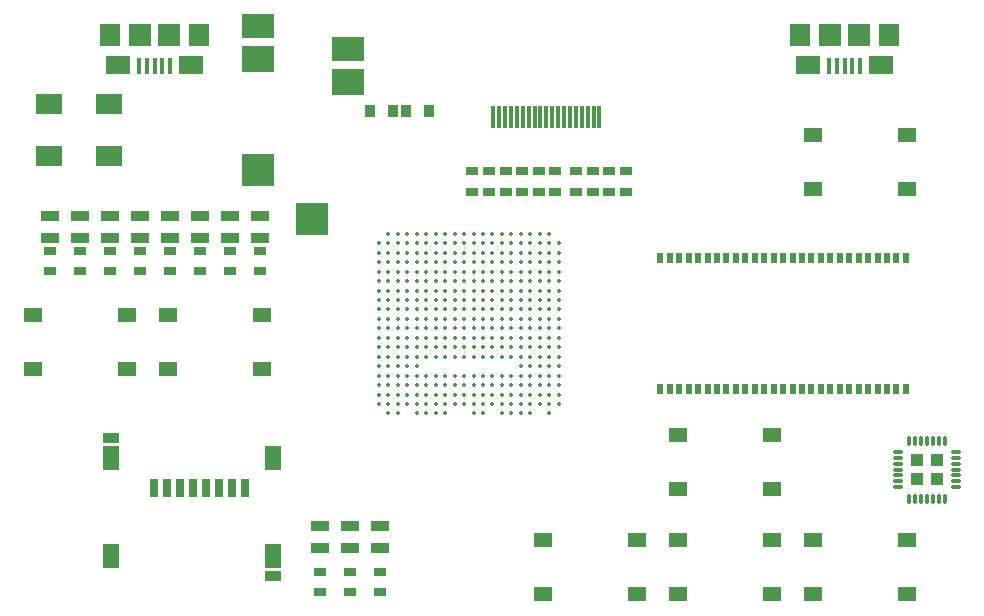
<source format=gtp>
G04 #@! TF.GenerationSoftware,KiCad,Pcbnew,5.0.0-rc2-dev-unknown+dfsg1+20180318-2*
G04 #@! TF.CreationDate,2018-05-23T15:33:37+02:00*
G04 #@! TF.ProjectId,ulx3s,756C7833732E6B696361645F70636200,rev?*
G04 #@! TF.SameCoordinates,Original*
G04 #@! TF.FileFunction,Paste,Top*
G04 #@! TF.FilePolarity,Positive*
%FSLAX46Y46*%
G04 Gerber Fmt 4.6, Leading zero omitted, Abs format (unit mm)*
G04 Created by KiCad (PCBNEW 5.0.0-rc2-dev-unknown+dfsg1+20180318-2) date Wed May 23 15:33:37 2018*
%MOMM*%
%LPD*%
G01*
G04 APERTURE LIST*
%ADD10R,2.100000X1.600000*%
%ADD11R,1.900000X1.900000*%
%ADD12R,0.400000X1.350000*%
%ADD13R,1.800000X1.900000*%
%ADD14O,0.850000X0.300000*%
%ADD15O,0.300000X0.850000*%
%ADD16R,1.005000X1.005000*%
%ADD17R,1.550000X1.300000*%
%ADD18C,0.350000*%
%ADD19R,2.800000X2.000000*%
%ADD20R,2.800000X2.200000*%
%ADD21R,2.800000X2.800000*%
%ADD22R,0.700000X1.500000*%
%ADD23R,1.450000X0.900000*%
%ADD24R,1.450000X2.000000*%
%ADD25R,2.200000X1.800000*%
%ADD26R,0.560000X0.900000*%
%ADD27R,1.000000X0.670000*%
%ADD28R,1.500000X0.970000*%
%ADD29R,0.300000X1.900000*%
%ADD30R,0.845000X1.000000*%
G04 APERTURE END LIST*
D10*
X114980000Y-65875000D03*
X108780000Y-65875000D03*
D11*
X113080000Y-63325000D03*
X110680000Y-63325000D03*
D12*
X113180000Y-66000000D03*
X112530000Y-66000000D03*
X111880000Y-66000000D03*
X111230000Y-66000000D03*
X110580000Y-66000000D03*
D13*
X115680000Y-63325000D03*
X108080000Y-63325000D03*
D10*
X173400000Y-65875000D03*
X167200000Y-65875000D03*
D11*
X171500000Y-63325000D03*
X169100000Y-63325000D03*
D12*
X171600000Y-66000000D03*
X170950000Y-66000000D03*
X170300000Y-66000000D03*
X169650000Y-66000000D03*
X169000000Y-66000000D03*
D13*
X174100000Y-63325000D03*
X166500000Y-63325000D03*
D14*
X179735000Y-101655000D03*
X179735000Y-101155000D03*
X179735000Y-100655000D03*
X179735000Y-100155000D03*
X179735000Y-99655000D03*
X179735000Y-99155000D03*
X179735000Y-98655000D03*
D15*
X178785000Y-97705000D03*
X178285000Y-97705000D03*
X177785000Y-97705000D03*
X177285000Y-97705000D03*
X176785000Y-97705000D03*
X176285000Y-97705000D03*
X175785000Y-97705000D03*
D14*
X174835000Y-98655000D03*
X174835000Y-99155000D03*
X174835000Y-99655000D03*
X174835000Y-100155000D03*
X174835000Y-100655000D03*
X174835000Y-101155000D03*
X174835000Y-101655000D03*
D15*
X175785000Y-102605000D03*
X176285000Y-102605000D03*
X176785000Y-102605000D03*
X177285000Y-102605000D03*
X177785000Y-102605000D03*
X178285000Y-102605000D03*
X178785000Y-102605000D03*
D16*
X176447500Y-99317500D03*
X176447500Y-100992500D03*
X178122500Y-99317500D03*
X178122500Y-100992500D03*
D17*
X175550000Y-71870000D03*
X175550000Y-76370000D03*
X167590000Y-76370000D03*
X167590000Y-71870000D03*
X101550000Y-91610000D03*
X101550000Y-87110000D03*
X109510000Y-87110000D03*
X109510000Y-91610000D03*
X112980000Y-91610000D03*
X112980000Y-87110000D03*
X120940000Y-87110000D03*
X120940000Y-91610000D03*
X156160000Y-101770000D03*
X156160000Y-97270000D03*
X164120000Y-97270000D03*
X164120000Y-101770000D03*
X164120000Y-106160000D03*
X164120000Y-110660000D03*
X156160000Y-110660000D03*
X156160000Y-106160000D03*
X152690000Y-106160000D03*
X152690000Y-110660000D03*
X144730000Y-110660000D03*
X144730000Y-106160000D03*
X175550000Y-106160000D03*
X175550000Y-110660000D03*
X167590000Y-110660000D03*
X167590000Y-106160000D03*
D18*
X131680000Y-80200000D03*
X132480000Y-80200000D03*
X133280000Y-80200000D03*
X134080000Y-80200000D03*
X134880000Y-80200000D03*
X135680000Y-80200000D03*
X136480000Y-80200000D03*
X137280000Y-80200000D03*
X138080000Y-80200000D03*
X138880000Y-80200000D03*
X139680000Y-80200000D03*
X140480000Y-80200000D03*
X141280000Y-80200000D03*
X142080000Y-80200000D03*
X142880000Y-80200000D03*
X143680000Y-80200000D03*
X144480000Y-80200000D03*
X145280000Y-80200000D03*
X130880000Y-81000000D03*
X131680000Y-81000000D03*
X132480000Y-81000000D03*
X133280000Y-81000000D03*
X134080000Y-81000000D03*
X134880000Y-81000000D03*
X135680000Y-81000000D03*
X136480000Y-81000000D03*
X137280000Y-81000000D03*
X138080000Y-81000000D03*
X138880000Y-81000000D03*
X139680000Y-81000000D03*
X140480000Y-81000000D03*
X141280000Y-81000000D03*
X142080000Y-81000000D03*
X142880000Y-81000000D03*
X143680000Y-81000000D03*
X144480000Y-81000000D03*
X145280000Y-81000000D03*
X146080000Y-81000000D03*
X130880000Y-81800000D03*
X131680000Y-81800000D03*
X132480000Y-81800000D03*
X133280000Y-81800000D03*
X134080000Y-81800000D03*
X134880000Y-81800000D03*
X135680000Y-81800000D03*
X136480000Y-81800000D03*
X137280000Y-81800000D03*
X138080000Y-81800000D03*
X138880000Y-81800000D03*
X139680000Y-81800000D03*
X140480000Y-81800000D03*
X141280000Y-81800000D03*
X142080000Y-81800000D03*
X142880000Y-81800000D03*
X143680000Y-81800000D03*
X144480000Y-81800000D03*
X145280000Y-81800000D03*
X146080000Y-81800000D03*
X130880000Y-82600000D03*
X131680000Y-82600000D03*
X132480000Y-82600000D03*
X133280000Y-82600000D03*
X134080000Y-82600000D03*
X134880000Y-82600000D03*
X135680000Y-82600000D03*
X136480000Y-82600000D03*
X137280000Y-82600000D03*
X138080000Y-82600000D03*
X138880000Y-82600000D03*
X139680000Y-82600000D03*
X140480000Y-82600000D03*
X141280000Y-82600000D03*
X142080000Y-82600000D03*
X142880000Y-82600000D03*
X143680000Y-82600000D03*
X144480000Y-82600000D03*
X145280000Y-82600000D03*
X146080000Y-82600000D03*
X130880000Y-83400000D03*
X131680000Y-83400000D03*
X132480000Y-83400000D03*
X133280000Y-83400000D03*
X134080000Y-83400000D03*
X134880000Y-83400000D03*
X135680000Y-83400000D03*
X136480000Y-83400000D03*
X137280000Y-83400000D03*
X138080000Y-83400000D03*
X138880000Y-83400000D03*
X139680000Y-83400000D03*
X140480000Y-83400000D03*
X141280000Y-83400000D03*
X142080000Y-83400000D03*
X142880000Y-83400000D03*
X143680000Y-83400000D03*
X144480000Y-83400000D03*
X145280000Y-83400000D03*
X146080000Y-83400000D03*
X130880000Y-84200000D03*
X131680000Y-84200000D03*
X132480000Y-84200000D03*
X133280000Y-84200000D03*
X134080000Y-84200000D03*
X134880000Y-84200000D03*
X135680000Y-84200000D03*
X136480000Y-84200000D03*
X137280000Y-84200000D03*
X138080000Y-84200000D03*
X138880000Y-84200000D03*
X139680000Y-84200000D03*
X140480000Y-84200000D03*
X141280000Y-84200000D03*
X142080000Y-84200000D03*
X142880000Y-84200000D03*
X143680000Y-84200000D03*
X144480000Y-84200000D03*
X145280000Y-84200000D03*
X146080000Y-84200000D03*
X130880000Y-85000000D03*
X131680000Y-85000000D03*
X132480000Y-85000000D03*
X133280000Y-85000000D03*
X134080000Y-85000000D03*
X134880000Y-85000000D03*
X135680000Y-85000000D03*
X136480000Y-85000000D03*
X137280000Y-85000000D03*
X138080000Y-85000000D03*
X138880000Y-85000000D03*
X139680000Y-85000000D03*
X140480000Y-85000000D03*
X141280000Y-85000000D03*
X142080000Y-85000000D03*
X142880000Y-85000000D03*
X143680000Y-85000000D03*
X144480000Y-85000000D03*
X145280000Y-85000000D03*
X146080000Y-85000000D03*
X130880000Y-85800000D03*
X131680000Y-85800000D03*
X132480000Y-85800000D03*
X133280000Y-85800000D03*
X134080000Y-85800000D03*
X134880000Y-85800000D03*
X135680000Y-85800000D03*
X136480000Y-85800000D03*
X137280000Y-85800000D03*
X138080000Y-85800000D03*
X138880000Y-85800000D03*
X139680000Y-85800000D03*
X140480000Y-85800000D03*
X141280000Y-85800000D03*
X142080000Y-85800000D03*
X142880000Y-85800000D03*
X143680000Y-85800000D03*
X144480000Y-85800000D03*
X145280000Y-85800000D03*
X146080000Y-85800000D03*
X130880000Y-86600000D03*
X131680000Y-86600000D03*
X132480000Y-86600000D03*
X133280000Y-86600000D03*
X134080000Y-86600000D03*
X134880000Y-86600000D03*
X135680000Y-86600000D03*
X136480000Y-86600000D03*
X137280000Y-86600000D03*
X138080000Y-86600000D03*
X138880000Y-86600000D03*
X139680000Y-86600000D03*
X140480000Y-86600000D03*
X141280000Y-86600000D03*
X142080000Y-86600000D03*
X142880000Y-86600000D03*
X143680000Y-86600000D03*
X144480000Y-86600000D03*
X145280000Y-86600000D03*
X146080000Y-86600000D03*
X130880000Y-87400000D03*
X131680000Y-87400000D03*
X132480000Y-87400000D03*
X133280000Y-87400000D03*
X134080000Y-87400000D03*
X134880000Y-87400000D03*
X135680000Y-87400000D03*
X136480000Y-87400000D03*
X137280000Y-87400000D03*
X138080000Y-87400000D03*
X138880000Y-87400000D03*
X139680000Y-87400000D03*
X140480000Y-87400000D03*
X141280000Y-87400000D03*
X142080000Y-87400000D03*
X142880000Y-87400000D03*
X143680000Y-87400000D03*
X144480000Y-87400000D03*
X145280000Y-87400000D03*
X146080000Y-87400000D03*
X130880000Y-88200000D03*
X131680000Y-88200000D03*
X132480000Y-88200000D03*
X133280000Y-88200000D03*
X134080000Y-88200000D03*
X134880000Y-88200000D03*
X135680000Y-88200000D03*
X136480000Y-88200000D03*
X137280000Y-88200000D03*
X138080000Y-88200000D03*
X138880000Y-88200000D03*
X139680000Y-88200000D03*
X140480000Y-88200000D03*
X141280000Y-88200000D03*
X142080000Y-88200000D03*
X142880000Y-88200000D03*
X143680000Y-88200000D03*
X144480000Y-88200000D03*
X145280000Y-88200000D03*
X146080000Y-88200000D03*
X130880000Y-89000000D03*
X131680000Y-89000000D03*
X132480000Y-89000000D03*
X133280000Y-89000000D03*
X134080000Y-89000000D03*
X134880000Y-89000000D03*
X135680000Y-89000000D03*
X136480000Y-89000000D03*
X137280000Y-89000000D03*
X138080000Y-89000000D03*
X138880000Y-89000000D03*
X139680000Y-89000000D03*
X140480000Y-89000000D03*
X141280000Y-89000000D03*
X142080000Y-89000000D03*
X142880000Y-89000000D03*
X143680000Y-89000000D03*
X144480000Y-89000000D03*
X145280000Y-89000000D03*
X146080000Y-89000000D03*
X130880000Y-89800000D03*
X131680000Y-89800000D03*
X132480000Y-89800000D03*
X133280000Y-89800000D03*
X134080000Y-89800000D03*
X134880000Y-89800000D03*
X135680000Y-89800000D03*
X136480000Y-89800000D03*
X137280000Y-89800000D03*
X138080000Y-89800000D03*
X138880000Y-89800000D03*
X139680000Y-89800000D03*
X140480000Y-89800000D03*
X141280000Y-89800000D03*
X142080000Y-89800000D03*
X142880000Y-89800000D03*
X143680000Y-89800000D03*
X144480000Y-89800000D03*
X145280000Y-89800000D03*
X146080000Y-89800000D03*
X130880000Y-90600000D03*
X131680000Y-90600000D03*
X132480000Y-90600000D03*
X133280000Y-90600000D03*
X134080000Y-90600000D03*
X134880000Y-90600000D03*
X135680000Y-90600000D03*
X136480000Y-90600000D03*
X137280000Y-90600000D03*
X138080000Y-90600000D03*
X138880000Y-90600000D03*
X139680000Y-90600000D03*
X140480000Y-90600000D03*
X141280000Y-90600000D03*
X142080000Y-90600000D03*
X142880000Y-90600000D03*
X143680000Y-90600000D03*
X144480000Y-90600000D03*
X145280000Y-90600000D03*
X146080000Y-90600000D03*
X130880000Y-91400000D03*
X131680000Y-91400000D03*
X132480000Y-91400000D03*
X133280000Y-91400000D03*
X134080000Y-91400000D03*
X142880000Y-91400000D03*
X143680000Y-91400000D03*
X144480000Y-91400000D03*
X145280000Y-91400000D03*
X146080000Y-91400000D03*
X130880000Y-92200000D03*
X131680000Y-92200000D03*
X132480000Y-92200000D03*
X133280000Y-92200000D03*
X134080000Y-92200000D03*
X134880000Y-92200000D03*
X135680000Y-92200000D03*
X136480000Y-92200000D03*
X137280000Y-92200000D03*
X138080000Y-92200000D03*
X138880000Y-92200000D03*
X139680000Y-92200000D03*
X140480000Y-92200000D03*
X141280000Y-92200000D03*
X142080000Y-92200000D03*
X142880000Y-92200000D03*
X143680000Y-92200000D03*
X144480000Y-92200000D03*
X145280000Y-92200000D03*
X146080000Y-92200000D03*
X130880000Y-93000000D03*
X131680000Y-93000000D03*
X132480000Y-93000000D03*
X133280000Y-93000000D03*
X134080000Y-93000000D03*
X134880000Y-93000000D03*
X135680000Y-93000000D03*
X136480000Y-93000000D03*
X137280000Y-93000000D03*
X138080000Y-93000000D03*
X138880000Y-93000000D03*
X139680000Y-93000000D03*
X140480000Y-93000000D03*
X141280000Y-93000000D03*
X142080000Y-93000000D03*
X142880000Y-93000000D03*
X143680000Y-93000000D03*
X144480000Y-93000000D03*
X145280000Y-93000000D03*
X146080000Y-93000000D03*
X130880000Y-93800000D03*
X131680000Y-93800000D03*
X132480000Y-93800000D03*
X133280000Y-93800000D03*
X134080000Y-93800000D03*
X134880000Y-93800000D03*
X135680000Y-93800000D03*
X136480000Y-93800000D03*
X137280000Y-93800000D03*
X138080000Y-93800000D03*
X138880000Y-93800000D03*
X139680000Y-93800000D03*
X140480000Y-93800000D03*
X141280000Y-93800000D03*
X142080000Y-93800000D03*
X142880000Y-93800000D03*
X143680000Y-93800000D03*
X144480000Y-93800000D03*
X145280000Y-93800000D03*
X146080000Y-93800000D03*
X130880000Y-94600000D03*
X131680000Y-94600000D03*
X132480000Y-94600000D03*
X133280000Y-94600000D03*
X134080000Y-94600000D03*
X134880000Y-94600000D03*
X135680000Y-94600000D03*
X136480000Y-94600000D03*
X137280000Y-94600000D03*
X138080000Y-94600000D03*
X138880000Y-94600000D03*
X139680000Y-94600000D03*
X140480000Y-94600000D03*
X141280000Y-94600000D03*
X142080000Y-94600000D03*
X142880000Y-94600000D03*
X143680000Y-94600000D03*
X144480000Y-94600000D03*
X145280000Y-94600000D03*
X146080000Y-94600000D03*
X131680000Y-95400000D03*
X132480000Y-95400000D03*
X134080000Y-95400000D03*
X134880000Y-95400000D03*
X135680000Y-95400000D03*
X136480000Y-95400000D03*
X138880000Y-95400000D03*
X139680000Y-95400000D03*
X141280000Y-95400000D03*
X142080000Y-95400000D03*
X142880000Y-95400000D03*
X143680000Y-95400000D03*
X145280000Y-95400000D03*
D19*
X120668000Y-62618000D03*
D20*
X120668000Y-65418000D03*
D21*
X120668000Y-74818000D03*
X125218000Y-78918000D03*
D20*
X128268000Y-67318000D03*
D19*
X128268000Y-64518000D03*
D22*
X111850000Y-101750000D03*
X112950000Y-101750000D03*
X114050000Y-101750000D03*
X115150000Y-101750000D03*
X116250000Y-101750000D03*
X117350000Y-101750000D03*
X118450000Y-101750000D03*
X119550000Y-101750000D03*
D23*
X108175000Y-97450000D03*
X121925000Y-109150000D03*
D24*
X121925000Y-99150000D03*
X108175000Y-99150000D03*
X108175000Y-107450000D03*
X121925000Y-107450000D03*
D25*
X108040000Y-69220000D03*
X102960000Y-69220000D03*
X102960000Y-73620000D03*
X108040000Y-73620000D03*
D26*
X175493000Y-82270000D03*
X154693000Y-93330000D03*
X155493000Y-93330000D03*
X156293000Y-93330000D03*
X157093000Y-93330000D03*
X157893000Y-93330000D03*
X158693000Y-93330000D03*
X159493000Y-93330000D03*
X160293000Y-93330000D03*
X161093000Y-93330000D03*
X161893000Y-93330000D03*
X162693000Y-93330000D03*
X163493000Y-93330000D03*
X164293000Y-93330000D03*
X165093000Y-93330000D03*
X165893000Y-93330000D03*
X166693000Y-93330000D03*
X167493000Y-93330000D03*
X168293000Y-93330000D03*
X169093000Y-93330000D03*
X169893000Y-93330000D03*
X170693000Y-93330000D03*
X171493000Y-93330000D03*
X172293000Y-93330000D03*
X173093000Y-93330000D03*
X173893000Y-93330000D03*
X174693000Y-93330000D03*
X175493000Y-93330000D03*
X174693000Y-82270000D03*
X173893000Y-82270000D03*
X173093000Y-82270000D03*
X172293000Y-82270000D03*
X171493000Y-82270000D03*
X170693000Y-82270000D03*
X169893000Y-82270000D03*
X169093000Y-82270000D03*
X168293000Y-82270000D03*
X167493000Y-82270000D03*
X166693000Y-82270000D03*
X165893000Y-82270000D03*
X165093000Y-82270000D03*
X164293000Y-82270000D03*
X163493000Y-82270000D03*
X162693000Y-82270000D03*
X161893000Y-82270000D03*
X161093000Y-82270000D03*
X160293000Y-82270000D03*
X159493000Y-82270000D03*
X158693000Y-82270000D03*
X157893000Y-82270000D03*
X157093000Y-82270000D03*
X156293000Y-82270000D03*
X155493000Y-82270000D03*
X154693000Y-82270000D03*
D27*
X150361000Y-76646000D03*
X150361000Y-74896000D03*
X151758000Y-74896000D03*
X151758000Y-76646000D03*
X140201000Y-74896000D03*
X140201000Y-76646000D03*
X142995000Y-76646000D03*
X142995000Y-74896000D03*
X145789000Y-76646000D03*
X145789000Y-74896000D03*
X148964000Y-74896000D03*
X148964000Y-76646000D03*
X138742800Y-76638600D03*
X138742800Y-74888600D03*
X141598000Y-74896000D03*
X141598000Y-76646000D03*
X144392000Y-74896000D03*
X144392000Y-76646000D03*
X147567000Y-76634000D03*
X147567000Y-74884000D03*
D28*
X130930000Y-106825000D03*
X130930000Y-104915000D03*
X120770000Y-78644000D03*
X120770000Y-80554000D03*
X118230000Y-80554000D03*
X118230000Y-78644000D03*
X115690000Y-78644000D03*
X115690000Y-80554000D03*
X113150000Y-78644000D03*
X113150000Y-80554000D03*
X110610000Y-80554000D03*
X110610000Y-78644000D03*
X108070000Y-80554000D03*
X108070000Y-78644000D03*
X105545000Y-78644000D03*
X105545000Y-80554000D03*
X102990000Y-80554000D03*
X102990000Y-78644000D03*
X128390000Y-106825000D03*
X128390000Y-104915000D03*
X125850000Y-104915000D03*
X125850000Y-106825000D03*
D29*
X149546000Y-70312000D03*
X149046000Y-70312000D03*
X148546000Y-70312000D03*
X148046000Y-70312000D03*
X147546000Y-70312000D03*
X147046000Y-70312000D03*
X146546000Y-70312000D03*
X146046000Y-70312000D03*
X145546000Y-70312000D03*
X145046000Y-70312000D03*
X144546000Y-70312000D03*
X144046000Y-70312000D03*
X143546000Y-70312000D03*
X143046000Y-70312000D03*
X142546000Y-70312000D03*
X142046000Y-70312000D03*
X141546000Y-70312000D03*
X141046000Y-70312000D03*
X140546000Y-70312000D03*
D27*
X120770000Y-83377000D03*
X120770000Y-81627000D03*
X118230000Y-81627000D03*
X118230000Y-83377000D03*
X115690000Y-83377000D03*
X115690000Y-81627000D03*
X113150000Y-81627000D03*
X113150000Y-83377000D03*
X110610000Y-81627000D03*
X110610000Y-83377000D03*
X108070000Y-83377000D03*
X108070000Y-81627000D03*
X105530000Y-81627000D03*
X105530000Y-83377000D03*
X102990000Y-83377000D03*
X102990000Y-81627000D03*
X128390000Y-110555000D03*
X128390000Y-108805000D03*
X130930000Y-110555000D03*
X130930000Y-108805000D03*
X125850000Y-108805000D03*
X125850000Y-110555000D03*
D30*
X130123501Y-69814500D03*
X132048501Y-69814500D03*
X135082500Y-69814500D03*
X133157500Y-69814500D03*
M02*

</source>
